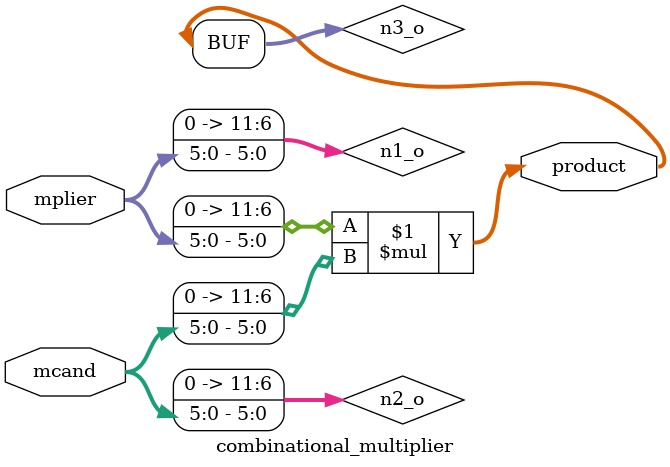
<source format=v>
module combinational_multiplier
  (input  [5:0] mplier,
   input  [5:0] mcand,
   output [11:0] product);
  wire [11:0] n1_o;
  wire [11:0] n2_o;
  wire [11:0] n3_o;
  assign product = n3_o;
  /* src/combinational_multiplier.vhd:23:54  */
  assign n1_o = {6'b0, mplier};  //  uext
  /* src/combinational_multiplier.vhd:23:54  */
  assign n2_o = {6'b0, mcand};  //  uext
  /* src/combinational_multiplier.vhd:23:54  */
  assign n3_o = n1_o * n2_o; // umul
endmodule


</source>
